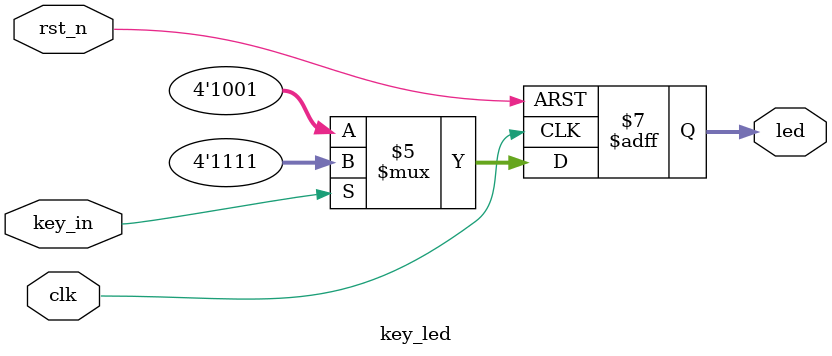
<source format=v>
module key_led(clk,rst_n,key_in,led);  //;
	input clk;
	input rst_n;
	input key_in;
	
	output reg [3:0]led;    // output reg
	
always @ (posedge clk or negedge rst_n)
	begin
		if(!rst_n)
			begin
				led <= 4'b1111;
			end
		else
			begin
				if(!key_in)
					led <= 4'b1001;
				else
				   led <= 4'b1111;
			end
	end
endmodule
</source>
